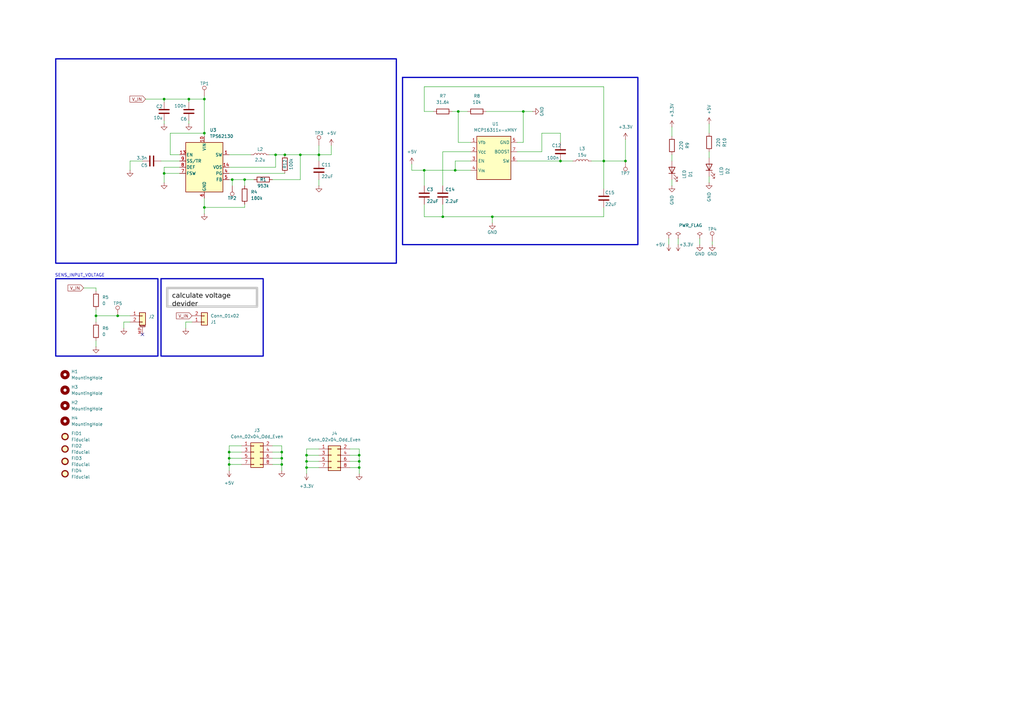
<source format=kicad_sch>
(kicad_sch (version 20231120) (generator "eeschema") (generator_version "8.0")
  (paper "A3")
  (lib_symbols
    (symbol "Connector:TestPoint" (pin_numbers hide) (pin_names (offset 0.762) hide)
      (property "Reference" "TP" (at 0 6.858 0))
      (property "Value" "TestPoint" (at 0 5.08 0))
      (symbol "TestPoint_0_1"
        (circle (center 0 3.302) (radius 0.762))
      )
      (symbol "TestPoint_1_1"
        (pin passive line (at 0 0 90) (length 2.54) (name "1") (number "1"))
      )
    )
    (symbol "Connector_Generic:Conn_01x02" (pin_names (offset 1.016) hide)
      (property "Reference" "J" (at 0 2.54 0))
      (property "Value" "Conn_01x02" (at 0 -5.08 0))
      (symbol "Conn_01x02_1_1"
        (rectangle (start -1.27 -2.413) (end 0 -2.667) (stroke (width 0.1524)))
        (rectangle (start -1.27 0.127) (end 0 -0.127) (stroke (width 0.1524)))
        (rectangle (start -1.27 1.27) (end 1.27 -3.81) (stroke (width 0.254)) (fill (type background)))
        (pin passive line (at -5.08 0 0) (length 3.81) (name "Pin_1") (number "1"))
        (pin passive line (at -5.08 -2.54 0) (length 3.81) (name "Pin_2") (number "2"))
      )
    )
    (symbol "Connector_Generic:Conn_02x04_Odd_Even" (pin_names (offset 1.016) hide)
      (property "Reference" "J" (at 1.27 5.08 0))
      (property "Value" "Conn_02x04_Odd_Even" (at 1.27 -7.62 0))
      (symbol "Conn_02x04_Odd_Even_1_1"
        (rectangle (start -1.27 -4.953) (end 0 -5.207) (stroke (width 0.1524)))
        (rectangle (start -1.27 -2.413) (end 0 -2.667) (stroke (width 0.1524)))
        (rectangle (start -1.27 0.127) (end 0 -0.127) (stroke (width 0.1524)))
        (rectangle (start -1.27 2.667) (end 0 2.413) (stroke (width 0.1524)))
        (rectangle (start -1.27 3.81) (end 3.81 -6.35) (stroke (width 0.254)) (fill (type background)))
        (rectangle (start 3.81 -4.953) (end 2.54 -5.207) (stroke (width 0.1524)))
        (rectangle (start 3.81 -2.413) (end 2.54 -2.667) (stroke (width 0.1524)))
        (rectangle (start 3.81 0.127) (end 2.54 -0.127) (stroke (width 0.1524)))
        (rectangle (start 3.81 2.667) (end 2.54 2.413) (stroke (width 0.1524)))
        (pin passive line (at -5.08 2.54 0) (length 3.81) (name "Pin_1") (number "1"))
        (pin passive line (at 7.62 2.54 180) (length 3.81) (name "Pin_2") (number "2"))
        (pin passive line (at -5.08 0 0) (length 3.81) (name "Pin_3") (number "3"))
        (pin passive line (at 7.62 0 180) (length 3.81) (name "Pin_4") (number "4"))
        (pin passive line (at -5.08 -2.54 0) (length 3.81) (name "Pin_5") (number "5"))
        (pin passive line (at 7.62 -2.54 180) (length 3.81) (name "Pin_6") (number "6"))
        (pin passive line (at -5.08 -5.08 0) (length 3.81) (name "Pin_7") (number "7"))
        (pin passive line (at 7.62 -5.08 180) (length 3.81) (name "Pin_8") (number "8"))
      )
    )
    (symbol "Connector_Generic_MountingPin:Conn_01x02_MountingPin" (pin_names (offset 1.016) hide)
      (property "Reference" "J" (at 0 2.54 0))
      (property "Value" "Conn_01x02_MountingPin" (at 1.27 -5.08 0))
      (symbol "Conn_01x02_MountingPin_1_1"
        (rectangle (start -1.27 -2.413) (end 0 -2.667) (stroke (width 0.1524)))
        (rectangle (start -1.27 0.127) (end 0 -0.127) (stroke (width 0.1524)))
        (rectangle (start -1.27 1.27) (end 1.27 -3.81) (stroke (width 0.254)) (fill (type background)))
        (polyline (pts (xy -1.016 -4.572) (xy 1.016 -4.572)) (stroke (width 0.1524)))
        (text "Mounting" (at 0 -4.191 0) (effects (font (size 0.381 0.381))))
        (pin passive line (at -5.08 0 0) (length 3.81) (name "Pin_1") (number "1"))
        (pin passive line (at -5.08 -2.54 0) (length 3.81) (name "Pin_2") (number "2"))
        (pin passive line (at 0 -7.62 90) (length 3.048) (name "MountPin") (number "MP"))
      )
    )
    (symbol "Device:C" (pin_numbers hide) (pin_names (offset 0.254))
      (property "Reference" "C" (at 0.635 2.54 0))
      (property "Value" "C" (at 0.635 -2.54 0))
      (symbol "C_0_1"
        (polyline (pts (xy -2.032 -0.762) (xy 2.032 -0.762)) (stroke (width 0.508)))
        (polyline (pts (xy -2.032 0.762) (xy 2.032 0.762)) (stroke (width 0.508)))
      )
      (symbol "C_1_1"
        (pin passive line (at 0 3.81 270) (length 2.794) (name "~") (number "1"))
        (pin passive line (at 0 -3.81 90) (length 2.794) (name "~") (number "2"))
      )
    )
    (symbol "Device:L" (pin_numbers hide) (pin_names (offset 1.016) hide)
      (property "Reference" "L" (at -1.27 0 90))
      (property "Value" "L" (at 1.905 0 90))
      (symbol "L_0_1"
        (arc (start 0 -2.54) (mid 0.6323 -1.905) (end 0 -1.27))
        (arc (start 0 -1.27) (mid 0.6323 -0.635) (end 0 0))
        (arc (start 0 0) (mid 0.6323 0.635) (end 0 1.27))
        (arc (start 0 1.27) (mid 0.6323 1.905) (end 0 2.54))
      )
      (symbol "L_1_1"
        (pin passive line (at 0 3.81 270) (length 1.27) (name "1") (number "1"))
        (pin passive line (at 0 -3.81 90) (length 1.27) (name "2") (number "2"))
      )
    )
    (symbol "Device:LED" (pin_numbers hide) (pin_names (offset 1.016) hide)
      (property "Reference" "D" (at 0 2.54 0))
      (property "Value" "LED" (at 0 -2.54 0))
      (symbol "LED_0_1"
        (polyline (pts (xy -1.27 -1.27) (xy -1.27 1.27)) (stroke (width 0.254)))
        (polyline (pts (xy -1.27 0) (xy 1.27 0)))
        (polyline (pts (xy 1.27 -1.27) (xy 1.27 1.27) (xy -1.27 0) (xy 1.27 -1.27)) (stroke (width 0.254)))
        (polyline (pts (xy -3.048 -0.762) (xy -4.572 -2.286) (xy -3.81 -2.286) (xy -4.572 -2.286) (xy -4.572 -1.524)))
        (polyline (pts (xy -1.778 -0.762) (xy -3.302 -2.286) (xy -2.54 -2.286) (xy -3.302 -2.286) (xy -3.302 -1.524)))
      )
      (symbol "LED_1_1"
        (pin passive line (at -3.81 0 0) (length 2.54) (name "K") (number "1"))
        (pin passive line (at 3.81 0 180) (length 2.54) (name "A") (number "2"))
      )
    )
    (symbol "Device:R" (pin_numbers hide) (pin_names (offset 0))
      (property "Reference" "R" (at 2.032 0 90))
      (property "Value" "R" (at 0 0 90))
      (symbol "R_0_1"
        (rectangle (start -1.016 -2.54) (end 1.016 2.54) (stroke (width 0.254)))
      )
      (symbol "R_1_1"
        (pin passive line (at 0 3.81 270) (length 1.27) (name "~") (number "1"))
        (pin passive line (at 0 -3.81 90) (length 1.27) (name "~") (number "2"))
      )
    )
    (symbol "Mechanical:Fiducial" (exclude_from_sim yes) (in_bom no)
      (property "Reference" "FID" (at 0 5.08 0))
      (property "Value" "Fiducial" (at 0 3.175 0))
      (symbol "Fiducial_0_1"
        (circle (center 0 0) (radius 1.27) (stroke (width 0.508)) (fill (type background)))
      )
    )
    (symbol "Mechanical:MountingHole" (pin_names (offset 1.016)) (exclude_from_sim yes) (in_bom no)
      (property "Reference" "H" (at 0 5.08 0))
      (property "Value" "MountingHole" (at 0 3.175 0))
      (symbol "MountingHole_0_1"
        (circle (center 0 0) (radius 1.27) (stroke (width 1.27)))
      )
    )
    (symbol "Regulator_Switching:MCP16311x-xMNY"
      (property "Reference" "U3" (at 0 12.7 0))
      (property "Value" "MCP16311x-xMNY" (at 0 10.16 0))
      (symbol "MCP16311x-xMNY_0_1"
        (rectangle (start -7.62 7.62) (end 6.35 -10.16) (stroke (width 0.254)) (fill (type background)))
      )
      (symbol "MCP16311x-xMNY_1_1"
        (pin input line (at -10.16 5.08 0) (length 2.54) (name "Vfb") (number "1"))
        (pin passive line (at -10.16 1.27 0) (length 2.54) (name "V_{CC}") (number "2"))
        (pin input line (at -10.16 -2.54 0) (length 2.54) (name "EN") (number "3"))
        (pin power_in line (at -10.16 -6.35 0) (length 2.54) (name "V_{IN}") (number "4"))
        (pin power_in line (at 8.89 5.08 180) (length 2.54) (name "GND") (number "5"))
        (pin power_out line (at 8.89 -2.54 180) (length 2.54) (name "SW") (number "6"))
        (pin output line (at 8.89 1.27 180) (length 2.54) (name "BOOST") (number "7"))
        (pin passive line (at 8.89 5.08 180) (length 2.54) hide (name "GND") (number "8"))
        (pin passive line (at 8.89 5.08 180) (length 2.54) hide (name "GND") (number "9"))
      )
    )
    (symbol "Regulator_Switching:TPS62130" (pin_names (offset 0.254))
      (property "Reference" "U" (at 3.81 13.97 0))
      (property "Value" "TPS62130" (at 3.81 11.43 0))
      (symbol "TPS62130_0_1"
        (rectangle (start -7.62 10.16) (end 7.62 -10.16) (stroke (width 0.254)) (fill (type background)))
      )
      (symbol "TPS62130_1_1"
        (pin output line (at 10.16 5.08 180) (length 2.54) (name "SW") (number "1"))
        (pin power_in line (at 0 12.7 270) (length 2.54) (name "VIN") (number "10"))
        (pin passive line (at 0 12.7 270) (length 2.54) hide (name "VIN") (number "11"))
        (pin passive line (at 0 12.7 270) (length 2.54) hide (name "VIN") (number "12"))
        (pin input line (at -10.16 5.08 0) (length 2.54) (name "EN") (number "13"))
        (pin input line (at 10.16 0 180) (length 2.54) (name "VOS") (number "14"))
        (pin passive line (at 0 -12.7 90) (length 2.54) hide (name "GND") (number "15"))
        (pin passive line (at 0 -12.7 90) (length 2.54) hide (name "GND") (number "16"))
        (pin passive line (at 0 -12.7 90) (length 2.54) hide (name "GND") (number "17"))
        (pin passive line (at 10.16 5.08 180) (length 2.54) hide (name "SW") (number "2"))
        (pin passive line (at 10.16 5.08 180) (length 2.54) hide (name "SW") (number "3"))
        (pin open_collector line (at 10.16 -2.54 180) (length 2.54) (name "PG") (number "4"))
        (pin input line (at 10.16 -5.08 180) (length 2.54) (name "FB") (number "5"))
        (pin power_in line (at 0 -12.7 90) (length 2.54) (name "GND") (number "6"))
        (pin input line (at -10.16 -2.54 0) (length 2.54) (name "FSW") (number "7"))
        (pin input line (at -10.16 0 0) (length 2.54) (name "DEF") (number "8"))
        (pin input line (at -10.16 2.54 0) (length 2.54) (name "SS/TR") (number "9"))
      )
    )
    (symbol "power:+3.3V" (power) (pin_numbers hide) (pin_names (offset 0) hide)
      (property "Value" "+3.3V" (at 0 3.556 0))
      (symbol "+3.3V_0_1"
        (polyline (pts (xy -0.762 1.27) (xy 0 2.54)))
        (polyline (pts (xy 0 0) (xy 0 2.54)))
        (polyline (pts (xy 0 2.54) (xy 0.762 1.27)))
      )
      (symbol "+3.3V_1_1"
        (pin power_in line (at 0 0 90) (length 0) (name "~") (number "1"))
      )
    )
    (symbol "power:+5V" (power) (pin_numbers hide) (pin_names (offset 0) hide)
      (property "Value" "+5V" (at 0 3.556 0))
      (symbol "+5V_0_1"
        (polyline (pts (xy -0.762 1.27) (xy 0 2.54)))
        (polyline (pts (xy 0 0) (xy 0 2.54)))
        (polyline (pts (xy 0 2.54) (xy 0.762 1.27)))
      )
      (symbol "+5V_1_1"
        (pin power_in line (at 0 0 90) (length 0) (name "~") (number "1"))
      )
    )
    (symbol "power:GND" (power) (pin_numbers hide) (pin_names (offset 0) hide)
      (property "Value" "GND" (at 0 -3.81 0))
      (symbol "GND_0_1"
        (polyline (pts (xy 0 0) (xy 0 -1.27) (xy 1.27 -1.27) (xy 0 -2.54) (xy -1.27 -1.27) (xy 0 -1.27)))
      )
      (symbol "GND_1_1"
        (pin power_in line (at 0 0 270) (length 0) (name "~") (number "1"))
      )
    )
    (symbol "power:PWR_FLAG" (power) (pin_numbers hide) (pin_names (offset 0) hide)
      (property "Value" "PWR_FLAG" (at 0 3.81 0))
      (symbol "PWR_FLAG_0_0"
        (pin power_out line (at 0 0 90) (length 0) (name "~") (number "1"))
      )
      (symbol "PWR_FLAG_0_1"
        (polyline (pts (xy 0 0) (xy 0 1.27) (xy -1.016 1.905) (xy 0 2.54) (xy 1.016 1.905) (xy 0 1.27)))
      )
    )
  )
  (junction (at 93.98 187.96))
  (junction (at 214.63 45.72))
  (junction (at 116.84 63.5))
  (junction (at 125.73 186.69))
  (junction (at 147.32 191.77))
  (junction (at 125.73 189.23))
  (junction (at 187.96 45.72))
  (junction (at 115.57 190.5))
  (junction (at 67.31 40.64))
  (junction (at 125.73 191.77))
  (junction (at 147.32 186.69))
  (junction (at 201.93 88.9))
  (junction (at 93.98 185.42))
  (junction (at 115.57 187.96))
  (junction (at 93.98 190.5))
  (junction (at 100.33 73.66))
  (junction (at 256.54 66.04))
  (junction (at 115.57 185.42))
  (junction (at 83.82 54.61))
  (junction (at 83.82 85.09))
  (junction (at 247.65 66.04))
  (junction (at 67.31 71.12))
  (junction (at 229.87 66.04))
  (junction (at 147.32 189.23))
  (junction (at 130.81 63.5))
  (junction (at 181.61 88.9))
  (junction (at 83.82 40.64))
  (junction (at 186.69 69.85))
  (junction (at 123.19 63.5))
  (junction (at 173.99 69.85))
  (junction (at 77.47 40.64))
  (junction (at 48.26 129.54))
  (junction (at 95.25 73.66))
  (junction (at 39.37 129.54))
  (junction (at 113.03 63.5))
  (no_connect (at 58.42 137.16))
  (wire (pts (xy 48.26 129.54) (xy 53.34 129.54)))
  (wire (pts (xy 67.31 68.58) (xy 67.31 71.12)))
  (wire (pts (xy 214.63 45.72) (xy 218.44 45.72)))
  (wire (pts (xy 147.32 184.15) (xy 147.32 186.69)))
  (wire (pts (xy 104.14 73.66) (xy 100.33 73.66)))
  (wire (pts (xy 135.89 59.69) (xy 135.89 63.5)))
  (wire (pts (xy 83.82 40.64) (xy 77.47 40.64)))
  (wire (pts (xy 95.25 73.66) (xy 95.25 76.2)))
  (wire (pts (xy 173.99 45.72) (xy 177.8 45.72)))
  (wire (pts (xy 77.47 50.8) (xy 77.47 49.53)))
  (wire (pts (xy 39.37 129.54) (xy 48.26 129.54)))
  (wire (pts (xy 187.96 45.72) (xy 187.96 58.42)))
  (wire (pts (xy 123.19 73.66) (xy 123.19 63.5)))
  (wire (pts (xy 39.37 127) (xy 39.37 129.54)))
  (wire (pts (xy 130.81 184.15) (xy 125.73 184.15)))
  (wire (pts (xy 100.33 83.82) (xy 100.33 85.09)))
  (wire (pts (xy 212.09 58.42) (xy 214.63 58.42)))
  (wire (pts (xy 53.34 66.04) (xy 53.34 69.85)))
  (wire (pts (xy 290.83 62.23) (xy 290.83 64.77)))
  (wire (pts (xy 186.69 66.04) (xy 186.69 69.85)))
  (wire (pts (xy 168.91 69.85) (xy 173.99 69.85)))
  (wire (pts (xy 93.98 73.66) (xy 95.25 73.66)))
  (wire (pts (xy 39.37 129.54) (xy 39.37 132.08)))
  (wire (pts (xy 58.42 66.04) (xy 53.34 66.04)))
  (wire (pts (xy 111.76 182.88) (xy 115.57 182.88)))
  (wire (pts (xy 186.69 69.85) (xy 193.04 69.85)))
  (wire (pts (xy 247.65 66.04) (xy 247.65 35.56)))
  (wire (pts (xy 67.31 49.53) (xy 67.31 50.8)))
  (wire (pts (xy 143.51 191.77) (xy 147.32 191.77)))
  (wire (pts (xy 53.34 132.08) (xy 50.8 132.08)))
  (wire (pts (xy 256.54 57.15) (xy 256.54 66.04)))
  (wire (pts (xy 115.57 182.88) (xy 115.57 185.42)))
  (wire (pts (xy 116.84 63.5) (xy 123.19 63.5)))
  (wire (pts (xy 275.59 76.2) (xy 275.59 73.66)))
  (wire (pts (xy 229.87 66.04) (xy 234.95 66.04)))
  (wire (pts (xy 290.83 74.93) (xy 290.83 72.39)))
  (wire (pts (xy 143.51 186.69) (xy 147.32 186.69)))
  (wire (pts (xy 111.76 185.42) (xy 115.57 185.42)))
  (wire (pts (xy 201.93 88.9) (xy 201.93 91.44)))
  (wire (pts (xy 113.03 63.5) (xy 116.84 63.5)))
  (wire (pts (xy 185.42 45.72) (xy 187.96 45.72)))
  (wire (pts (xy 115.57 185.42) (xy 115.57 187.96)))
  (wire (pts (xy 93.98 187.96) (xy 93.98 190.5)))
  (wire (pts (xy 222.25 62.23) (xy 222.25 54.61)))
  (wire (pts (xy 123.19 63.5) (xy 130.81 63.5)))
  (wire (pts (xy 93.98 68.58) (xy 113.03 68.58)))
  (wire (pts (xy 73.66 63.5) (xy 69.85 63.5)))
  (wire (pts (xy 181.61 88.9) (xy 201.93 88.9)))
  (wire (pts (xy 193.04 58.42) (xy 187.96 58.42)))
  (wire (pts (xy 247.65 88.9) (xy 201.93 88.9)))
  (wire (pts (xy 212.09 62.23) (xy 222.25 62.23)))
  (wire (pts (xy 93.98 71.12) (xy 116.84 71.12)))
  (wire (pts (xy 275.59 55.88) (xy 275.59 52.07)))
  (wire (pts (xy 292.1 99.06) (xy 292.1 100.33)))
  (wire (pts (xy 193.04 66.04) (xy 186.69 66.04)))
  (wire (pts (xy 50.8 132.08) (xy 50.8 134.62)))
  (wire (pts (xy 83.82 39.37) (xy 83.82 40.64)))
  (wire (pts (xy 125.73 189.23) (xy 125.73 191.77)))
  (wire (pts (xy 69.85 54.61) (xy 83.82 54.61)))
  (wire (pts (xy 100.33 85.09) (xy 83.82 85.09)))
  (wire (pts (xy 83.82 55.88) (xy 83.82 54.61)))
  (wire (pts (xy 125.73 186.69) (xy 125.73 189.23)))
  (wire (pts (xy 113.03 68.58) (xy 113.03 63.5)))
  (wire (pts (xy 187.96 45.72) (xy 191.77 45.72)))
  (wire (pts (xy 229.87 54.61) (xy 229.87 58.42)))
  (wire (pts (xy 193.04 62.23) (xy 181.61 62.23)))
  (wire (pts (xy 125.73 191.77) (xy 125.73 194.31)))
  (wire (pts (xy 99.06 182.88) (xy 93.98 182.88)))
  (wire (pts (xy 111.76 73.66) (xy 123.19 73.66)))
  (wire (pts (xy 130.81 59.69) (xy 130.81 63.5)))
  (wire (pts (xy 77.47 40.64) (xy 67.31 40.64)))
  (wire (pts (xy 125.73 184.15) (xy 125.73 186.69)))
  (wire (pts (xy 39.37 119.38) (xy 39.37 118.11)))
  (wire (pts (xy 93.98 182.88) (xy 93.98 185.42)))
  (wire (pts (xy 73.66 68.58) (xy 67.31 68.58)))
  (wire (pts (xy 247.65 85.09) (xy 247.65 88.9)))
  (wire (pts (xy 173.99 83.82) (xy 173.99 88.9)))
  (wire (pts (xy 247.65 77.47) (xy 247.65 66.04)))
  (wire (pts (xy 115.57 190.5) (xy 115.57 193.04)))
  (wire (pts (xy 130.81 189.23) (xy 125.73 189.23)))
  (wire (pts (xy 143.51 189.23) (xy 147.32 189.23)))
  (wire (pts (xy 78.74 132.08) (xy 76.2 132.08)))
  (wire (pts (xy 290.83 54.61) (xy 290.83 50.8)))
  (wire (pts (xy 99.06 187.96) (xy 93.98 187.96)))
  (wire (pts (xy 111.76 190.5) (xy 115.57 190.5)))
  (wire (pts (xy 83.82 85.09) (xy 83.82 87.63)))
  (wire (pts (xy 173.99 76.2) (xy 173.99 69.85)))
  (wire (pts (xy 278.13 97.79) (xy 278.13 100.33)))
  (wire (pts (xy 173.99 88.9) (xy 181.61 88.9)))
  (wire (pts (xy 39.37 139.7) (xy 39.37 142.24)))
  (wire (pts (xy 130.81 63.5) (xy 135.89 63.5)))
  (wire (pts (xy 100.33 73.66) (xy 100.33 76.2)))
  (wire (pts (xy 247.65 35.56) (xy 173.99 35.56)))
  (wire (pts (xy 143.51 184.15) (xy 147.32 184.15)))
  (wire (pts (xy 181.61 62.23) (xy 181.61 76.2)))
  (wire (pts (xy 130.81 73.66) (xy 130.81 76.2)))
  (wire (pts (xy 76.2 132.08) (xy 76.2 134.62)))
  (wire (pts (xy 212.09 66.04) (xy 229.87 66.04)))
  (wire (pts (xy 173.99 69.85) (xy 186.69 69.85)))
  (wire (pts (xy 274.32 97.79) (xy 274.32 100.33)))
  (wire (pts (xy 111.76 187.96) (xy 115.57 187.96)))
  (wire (pts (xy 168.91 67.31) (xy 168.91 69.85)))
  (wire (pts (xy 130.81 66.04) (xy 130.81 63.5)))
  (wire (pts (xy 77.47 41.91) (xy 77.47 40.64)))
  (wire (pts (xy 130.81 191.77) (xy 125.73 191.77)))
  (wire (pts (xy 69.85 63.5) (xy 69.85 54.61)))
  (wire (pts (xy 287.02 97.79) (xy 287.02 100.33)))
  (wire (pts (xy 115.57 187.96) (xy 115.57 190.5)))
  (wire (pts (xy 99.06 190.5) (xy 93.98 190.5)))
  (wire (pts (xy 242.57 66.04) (xy 247.65 66.04)))
  (wire (pts (xy 181.61 83.82) (xy 181.61 88.9)))
  (wire (pts (xy 147.32 189.23) (xy 147.32 191.77)))
  (wire (pts (xy 67.31 71.12) (xy 67.31 74.93)))
  (wire (pts (xy 256.54 66.04) (xy 247.65 66.04)))
  (wire (pts (xy 67.31 40.64) (xy 59.69 40.64)))
  (wire (pts (xy 73.66 71.12) (xy 67.31 71.12)))
  (wire (pts (xy 66.04 66.04) (xy 73.66 66.04)))
  (wire (pts (xy 83.82 81.28) (xy 83.82 85.09)))
  (wire (pts (xy 95.25 73.66) (xy 100.33 73.66)))
  (wire (pts (xy 275.59 63.5) (xy 275.59 66.04)))
  (wire (pts (xy 93.98 63.5) (xy 102.87 63.5)))
  (wire (pts (xy 67.31 41.91) (xy 67.31 40.64)))
  (wire (pts (xy 93.98 185.42) (xy 93.98 187.96)))
  (wire (pts (xy 83.82 54.61) (xy 83.82 40.64)))
  (wire (pts (xy 99.06 185.42) (xy 93.98 185.42)))
  (wire (pts (xy 214.63 45.72) (xy 199.39 45.72)))
  (wire (pts (xy 222.25 54.61) (xy 229.87 54.61)))
  (wire (pts (xy 214.63 58.42) (xy 214.63 45.72)))
  (wire (pts (xy 147.32 186.69) (xy 147.32 189.23)))
  (wire (pts (xy 173.99 35.56) (xy 173.99 45.72)))
  (wire (pts (xy 130.81 186.69) (xy 125.73 186.69)))
  (wire (pts (xy 113.03 63.5) (xy 110.49 63.5)))
  (wire (pts (xy 147.32 191.77) (xy 147.32 194.31)))
  (wire (pts (xy 93.98 190.5) (xy 93.98 193.04)))
  (wire (pts (xy 39.37 118.11) (xy 34.29 118.11)))
  (rectangle (start 165.1 31.75) (end 261.62 100.33) (stroke (width 0.508)))
  (rectangle (start 66.04 114.3) (end 107.95 146.05) (stroke (width 0.508)))
  (rectangle (start 22.86 114.3) (end 64.77 146.05) (stroke (width 0.508)))
  (rectangle (start 22.86 24.13) (end 162.56 107.95) (stroke (width 0.508)))
  (text_box "calculate voltage devider" (at 68.58 118.11 0) (size 36.83 7.62) (stroke (width 1) (color 200 200 200 1)) (effects (font (size 2 2)) (justify left top)))
  (text "SENS_INPUT_VOLTAGE" (at 32.766 113.03 0) (effects (font (size 1.27 1.27))))
  (global_label "V_IN" (shape input) (at 78.74 129.54 180) (property "Intersheetrefs" "${INTERSHEET_REFS}" (effects (hide yes))))
  (global_label "V_IN" (shape input) (at 34.29 118.11 180) (property "Intersheetrefs" "${INTERSHEET_REFS}" (effects (hide yes))))
  (global_label "V_IN" (shape input) (at 59.69 40.64 180) (property "Intersheetrefs" "${INTERSHEET_REFS}" (effects (hide yes))))
  (symbol (lib_id "Regulator_Switching:MCP16311x-xMNY") (at 203.2 63.5 0) (unit 1)
    (property "Reference" "U1" (at 203.2 50.8 0))
    (property "Value" "MCP16311x-xMNY" (at 203.2 53.34 0))
    (property "Footprint" "Package_DFN_QFN:DFN-8-1EP_3x2mm_P0.5mm_EP1.75x1.45mm" (effects (hide yes)))
    (property "Datasheet" "https://ww1.microchip.com/downloads/en/DeviceDoc/MCP16311-Family-Data-Sheet-DS20005255C.pdf" (effects (hide yes)))
    (property "Description" "1A Output Voltage, 30V Input, integrated switch step-down regulator, PFM/PWM modulation, DFN-8" (effects (hide yes)))
  )
  (symbol (lib_id "Connector_Generic:Conn_01x02") (at 83.82 132.08 0) (mirror x) (unit 1)
    (property "Reference" "J1" (at 86.36 132.0801 0) (effects (justify left)))
    (property "Value" "Conn_01x02" (at 86.36 129.5401 0) (effects (justify left)))
    (property "Footprint" "Connector_AMASS:AMASS_XT30U-M_1x02_P5.0mm_Vertical" (effects (hide yes)))
    (property "Description" "Generic connector, single row, 01x02, script generated (kicad-library-utils/schlib/autogen/connector/)" (effects (hide yes)))
  )
  (symbol (lib_id "Mechanical:Fiducial") (at 26.67 184.15 0) (unit 1) (exclude_from_sim yes) (in_bom no)
    (property "Reference" "FID2" (at 29.21 182.8799 0) (effects (justify left)))
    (property "Value" "Fiducial" (at 29.21 185.4199 0) (effects (justify left)))
    (property "Footprint" "Fiducial:Fiducial_0.5mm_Mask1mm" (effects (hide yes)))
    (property "Description" "Fiducial Marker" (effects (hide yes)))
  )
  (symbol (lib_id "Mechanical:MountingHole") (at 26.67 153.67 0) (unit 1) (exclude_from_sim yes) (in_bom no)
    (property "Reference" "H1" (at 29.21 152.3999 0) (effects (justify left)))
    (property "Value" "MountingHole" (at 29.21 154.9399 0) (effects (justify left)))
    (property "Footprint" "MountingHole:MountingHole_2.2mm_M2" (effects (hide yes)))
    (property "Description" "Mounting Hole without connection" (effects (hide yes)))
  )
  (symbol (lib_id "Connector:TestPoint") (at 95.25 76.2 180) (unit 1)
    (property "Reference" "TP2" (at 97.028 81.28 0) (effects (justify left)))
    (property "Value" "TestPoint" (effects (hide yes)))
    (property "Footprint" "TestPoint:TestPoint_Pad_D1.0mm" (effects (hide yes)))
    (property "Description" "test point" (effects (hide yes)))
  )
  (symbol (lib_id "power:+5V") (at 274.32 100.33 180) (unit 1)
    (property "Reference" "#PWR02" (effects (hide yes)))
    (property "Value" "+5V" (at 270.764 100.33 0))
    (property "Description" "Power symbol creates a global label with name \"+5V\"" (effects (hide yes)))
  )
  (symbol (lib_id "power:+5V") (at 290.83 50.8 0) (unit 1)
    (property "Reference" "#PWR054" (effects (hide yes)))
    (property "Value" "+5V" (at 290.8299 46.99 90) (effects (justify left)))
    (property "Description" "Power symbol creates a global label with name \"+5V\"" (effects (hide yes)))
  )
  (symbol (lib_id "power:GND") (at 76.2 134.62 0) (unit 1)
    (property "Reference" "#PWR019" (effects (hide yes)))
    (property "Value" "GND" (effects (hide yes)))
    (property "Description" "Power symbol creates a global label with name \"GND\" , ground" (effects (hide yes)))
  )
  (symbol (lib_id "Device:L") (at 106.68 63.5 90) (unit 1)
    (property "Reference" "L2" (at 106.68 61.214 90))
    (property "Value" "2.2u" (at 106.68 65.532 90))
    (property "Footprint" "Inductor_SMD:L_Chilisin_BMRF00101040" (effects (hide yes)))
    (property "Description" "Inductor" (effects (hide yes)))
  )
  (symbol (lib_id "Device:C") (at 130.81 69.85 0) (unit 1)
    (property "Reference" "C11" (at 131.826 67.564 0) (effects (justify left)))
    (property "Value" "22uF" (at 131.826 72.39 0) (effects (justify left)))
    (property "Footprint" "Capacitor_SMD:C_1210_3225Metric" (effects (hide yes)))
    (property "Description" "Unpolarized capacitor" (effects (hide yes)))
  )
  (symbol (lib_id "power:GND") (at 39.37 142.24 0) (unit 1)
    (property "Reference" "#PWR022" (effects (hide yes)))
    (property "Value" "GND" (effects (hide yes)))
    (property "Description" "Power symbol creates a global label with name \"GND\" , ground" (effects (hide yes)))
  )
  (symbol (lib_id "Connector_Generic:Conn_02x04_Odd_Even") (at 135.89 186.69 0) (unit 1)
    (property "Reference" "J4" (at 137.16 177.8 0))
    (property "Value" "Conn_02x04_Odd_Even" (at 137.16 180.34 0))
    (property "Footprint" "Connector_PinSocket_2.54mm:PinSocket_2x04_P2.54mm_Vertical_SMD" (effects (hide yes)))
    (property "Description" "Generic connector, double row, 02x04, odd/even pin numbering scheme (row 1 odd numbers, row 2 even numbers), script generated (kicad-library-utils/schlib/autogen/connector/)" (effects (hide yes)))
  )
  (symbol (lib_id "Mechanical:Fiducial") (at 26.67 179.07 0) (unit 1) (exclude_from_sim yes) (in_bom no)
    (property "Reference" "FID1" (at 29.21 177.7999 0) (effects (justify left)))
    (property "Value" "Fiducial" (at 29.21 180.3399 0) (effects (justify left)))
    (property "Footprint" "Fiducial:Fiducial_0.5mm_Mask1mm" (effects (hide yes)))
    (property "Description" "Fiducial Marker" (effects (hide yes)))
  )
  (symbol (lib_id "Device:C") (at 67.31 45.72 0) (unit 1)
    (property "Reference" "C2" (at 64.008 43.688 0) (effects (justify left)))
    (property "Value" "10u" (at 62.992 48.26 0) (effects (justify left)))
    (property "Footprint" "Capacitor_SMD:C_1210_3225Metric" (effects (hide yes)))
    (property "Description" "Unpolarized capacitor" (effects (hide yes)))
  )
  (symbol (lib_id "power:GND") (at 201.93 91.44 0) (unit 1)
    (property "Reference" "#PWR040" (effects (hide yes)))
    (property "Value" "GND" (at 201.93 95.25 0))
    (property "Description" "Power symbol creates a global label with name \"GND\" , ground" (effects (hide yes)))
  )
  (symbol (lib_id "Mechanical:Fiducial") (at 26.67 189.23 0) (unit 1) (exclude_from_sim yes) (in_bom no)
    (property "Reference" "FID3" (at 29.21 187.9599 0) (effects (justify left)))
    (property "Value" "Fiducial" (at 29.21 190.4999 0) (effects (justify left)))
    (property "Footprint" "Fiducial:Fiducial_0.5mm_Mask1mm" (effects (hide yes)))
    (property "Description" "Fiducial Marker" (effects (hide yes)))
  )
  (symbol (lib_id "Device:R") (at 107.95 73.66 270) (unit 1)
    (property "Reference" "R1" (at 107.95 73.66 90))
    (property "Value" "953k" (at 107.95 76.2 90))
    (property "Footprint" "Resistor_SMD:R_0603_1608Metric" (effects (hide yes)))
    (property "Description" "Resistor" (effects (hide yes)))
  )
  (symbol (lib_id "Device:C") (at 173.99 80.01 0) (unit 1)
    (property "Reference" "C3" (at 175.006 77.724 0) (effects (justify left)))
    (property "Value" "22uF" (at 175.006 82.55 0) (effects (justify left)))
    (property "Footprint" "Capacitor_SMD:C_1210_3225Metric" (effects (hide yes)))
    (property "Description" "Unpolarized capacitor" (effects (hide yes)))
  )
  (symbol (lib_id "Mechanical:MountingHole") (at 26.67 172.72 0) (unit 1) (exclude_from_sim yes) (in_bom no)
    (property "Reference" "H4" (at 29.21 171.4499 0) (effects (justify left)))
    (property "Value" "MountingHole" (at 29.21 173.9899 0) (effects (justify left)))
    (property "Footprint" "MountingHole:MountingHole_2.2mm_M2" (effects (hide yes)))
    (property "Description" "Mounting Hole without connection" (effects (hide yes)))
  )
  (symbol (lib_id "power:GND") (at 77.47 50.8 0) (unit 1)
    (property "Reference" "#PWR026" (effects (hide yes)))
    (property "Value" "GND" (effects (hide yes)))
    (property "Description" "Power symbol creates a global label with name \"GND\" , ground" (effects (hide yes)))
  )
  (symbol (lib_id "power:PWR_FLAG") (at 274.32 97.79 0) (unit 1)
    (property "Reference" "#FLG03" (effects (hide yes)))
    (property "Value" "PWR_FLAG" (effects (hide yes)))
    (property "Description" "Special symbol for telling ERC where power comes from" (effects (hide yes)))
  )
  (symbol (lib_id "power:GND") (at 67.31 50.8 0) (unit 1)
    (property "Reference" "#PWR024" (effects (hide yes)))
    (property "Value" "GND" (effects (hide yes)))
    (property "Description" "Power symbol creates a global label with name \"GND\" , ground" (effects (hide yes)))
  )
  (symbol (lib_id "Device:LED") (at 275.59 69.85 90) (unit 1)
    (property "Reference" "D1" (at 283.21 71.4375 0))
    (property "Value" "LED" (at 280.67 71.4375 0))
    (property "Footprint" "LED_SMD:LED_0603_1608Metric_Pad1.05x0.95mm_HandSolder" (effects (hide yes)))
    (property "Description" "Light emitting diode" (effects (hide yes)))
  )
  (symbol (lib_id "Device:R") (at 100.33 80.01 0) (unit 1)
    (property "Reference" "R4" (at 102.87 78.7399 0) (effects (justify left)))
    (property "Value" "180k" (at 102.87 81.2799 0) (effects (justify left)))
    (property "Footprint" "Resistor_SMD:R_0603_1608Metric" (effects (hide yes)))
    (property "Description" "Resistor" (effects (hide yes)))
  )
  (symbol (lib_id "Device:C") (at 247.65 81.28 0) (unit 1)
    (property "Reference" "C15" (at 248.158 78.994 0) (effects (justify left)))
    (property "Value" "22uF" (at 248.158 83.82 0) (effects (justify left)))
    (property "Footprint" "Capacitor_SMD:C_1210_3225Metric" (effects (hide yes)))
    (property "Description" "Unpolarized capacitor" (effects (hide yes)))
  )
  (symbol (lib_id "Connector:TestPoint") (at 48.26 129.54 0) (unit 1)
    (property "Reference" "TP5" (at 46.482 124.46 0) (effects (justify left)))
    (property "Value" "TestPoint" (effects (hide yes)))
    (property "Footprint" "TestPoint:TestPoint_Pad_D1.0mm" (effects (hide yes)))
    (property "Description" "test point" (effects (hide yes)))
  )
  (symbol (lib_id "power:PWR_FLAG") (at 278.13 97.79 0) (unit 1)
    (property "Reference" "#FLG01" (effects (hide yes)))
    (property "Value" "PWR_FLAG" (at 283.21 92.456 0))
    (property "Description" "Special symbol for telling ERC where power comes from" (effects (hide yes)))
  )
  (symbol (lib_id "Mechanical:MountingHole") (at 26.67 166.37 0) (unit 1) (exclude_from_sim yes) (in_bom no)
    (property "Reference" "H2" (at 29.21 165.0999 0) (effects (justify left)))
    (property "Value" "MountingHole" (at 29.21 167.6399 0) (effects (justify left)))
    (property "Footprint" "MountingHole:MountingHole_2.2mm_M2" (effects (hide yes)))
    (property "Description" "Mounting Hole without connection" (effects (hide yes)))
  )
  (symbol (lib_id "Device:C") (at 181.61 80.01 0) (unit 1)
    (property "Reference" "C14" (at 182.626 77.724 0) (effects (justify left)))
    (property "Value" "2.2uF" (at 182.626 82.55 0) (effects (justify left)))
    (property "Footprint" "Capacitor_SMD:C_1210_3225Metric" (effects (hide yes)))
    (property "Description" "Unpolarized capacitor" (effects (hide yes)))
  )
  (symbol (lib_id "power:GND") (at 130.81 76.2 0) (unit 1)
    (property "Reference" "#PWR028" (effects (hide yes)))
    (property "Value" "GND" (effects (hide yes)))
    (property "Description" "Power symbol creates a global label with name \"GND\" , ground" (effects (hide yes)))
  )
  (symbol (lib_id "power:+3.3V") (at 278.13 100.33 180) (unit 1)
    (property "Reference" "#PWR017" (effects (hide yes)))
    (property "Value" "+3.3V" (at 281.432 100.33 0))
    (property "Description" "Power symbol creates a global label with name \"+3.3V\"" (effects (hide yes)))
  )
  (symbol (lib_id "Connector_Generic:Conn_02x04_Odd_Even") (at 104.14 185.42 0) (unit 1)
    (property "Reference" "J3" (at 105.41 176.53 0))
    (property "Value" "Conn_02x04_Odd_Even" (at 105.41 179.07 0))
    (property "Footprint" "Connector_PinSocket_2.54mm:PinSocket_2x04_P2.54mm_Vertical_SMD" (effects (hide yes)))
    (property "Description" "Generic connector, double row, 02x04, odd/even pin numbering scheme (row 1 odd numbers, row 2 even numbers), script generated (kicad-library-utils/schlib/autogen/connector/)" (effects (hide yes)))
  )
  (symbol (lib_id "Connector:TestPoint") (at 292.1 99.06 0) (unit 1)
    (property "Reference" "TP4" (at 290.322 93.98 0) (effects (justify left)))
    (property "Value" "TestPoint" (effects (hide yes)))
    (property "Footprint" "TestPoint:TestPoint_Pad_D1.0mm" (effects (hide yes)))
    (property "Description" "test point" (effects (hide yes)))
  )
  (symbol (lib_id "power:GND") (at 67.31 74.93 0) (unit 1)
    (property "Reference" "#PWR027" (effects (hide yes)))
    (property "Value" "GND" (effects (hide yes)))
    (property "Description" "Power symbol creates a global label with name \"GND\" , ground" (effects (hide yes)))
  )
  (symbol (lib_id "Mechanical:MountingHole") (at 26.67 160.02 0) (unit 1) (exclude_from_sim yes) (in_bom no)
    (property "Reference" "H3" (at 29.21 158.7499 0) (effects (justify left)))
    (property "Value" "MountingHole" (at 29.21 161.2899 0) (effects (justify left)))
    (property "Footprint" "MountingHole:MountingHole_2.2mm_M2" (effects (hide yes)))
    (property "Description" "Mounting Hole without connection" (effects (hide yes)))
  )
  (symbol (lib_id "Device:R") (at 181.61 45.72 90) (unit 1)
    (property "Reference" "R7" (at 181.61 39.37 90))
    (property "Value" "31.6k" (at 181.61 41.91 90))
    (property "Footprint" "Resistor_SMD:R_0603_1608Metric" (effects (hide yes)))
    (property "Description" "Resistor" (effects (hide yes)))
  )
  (symbol (lib_id "power:+3.3V") (at 256.54 57.15 0) (unit 1)
    (property "Reference" "#PWR036" (effects (hide yes)))
    (property "Value" "+3.3V" (at 256.54 52.07 0))
    (property "Description" "Power symbol creates a global label with name \"+3.3V\"" (effects (hide yes)))
  )
  (symbol (lib_id "Device:R") (at 116.84 67.31 0) (unit 1)
    (property "Reference" "R12" (at 116.84 67.31 90))
    (property "Value" "100k" (at 119.38 67.31 90))
    (property "Footprint" "Resistor_SMD:R_0603_1608Metric" (effects (hide yes)))
    (property "Description" "Resistor" (effects (hide yes)))
  )
  (symbol (lib_id "power:+5V") (at 93.98 193.04 180) (unit 1)
    (property "Reference" "#PWR08" (effects (hide yes)))
    (property "Value" "+5V" (at 93.98 198.12 0))
    (property "Description" "Power symbol creates a global label with name \"+5V\"" (effects (hide yes)))
  )
  (symbol (lib_id "Connector:TestPoint") (at 130.81 59.69 0) (unit 1)
    (property "Reference" "TP3" (at 129.032 54.61 0) (effects (justify left)))
    (property "Value" "TestPoint" (effects (hide yes)))
    (property "Footprint" "TestPoint:TestPoint_Pad_D1.0mm" (effects (hide yes)))
    (property "Description" "test point" (effects (hide yes)))
  )
  (symbol (lib_id "power:PWR_FLAG") (at 287.02 97.79 0) (unit 1)
    (property "Reference" "#FLG02" (effects (hide yes)))
    (property "Value" "PWR_FLAG" (effects (hide yes)))
    (property "Description" "Special symbol for telling ERC where power comes from" (effects (hide yes)))
  )
  (symbol (lib_id "power:GND") (at 115.57 193.04 0) (unit 1)
    (property "Reference" "#PWR06" (effects (hide yes)))
    (property "Value" "GND" (effects (hide yes)))
    (property "Description" "Power symbol creates a global label with name \"GND\" , ground" (effects (hide yes)))
  )
  (symbol (lib_id "power:GND") (at 287.02 100.33 0) (unit 1)
    (property "Reference" "#PWR018" (effects (hide yes)))
    (property "Value" "GND" (at 287.02 104.14 0))
    (property "Description" "Power symbol creates a global label with name \"GND\" , ground" (effects (hide yes)))
  )
  (symbol (lib_id "power:GND") (at 290.83 74.93 0) (unit 1)
    (property "Reference" "#PWR050" (effects (hide yes)))
    (property "Value" "GND" (at 290.8301 78.74 90) (effects (justify right)))
    (property "Description" "Power symbol creates a global label with name \"GND\" , ground" (effects (hide yes)))
  )
  (symbol (lib_id "power:GND") (at 218.44 45.72 90) (unit 1)
    (property "Reference" "#PWR032" (effects (hide yes)))
    (property "Value" "GND" (at 222.25 45.72 0))
    (property "Description" "Power symbol creates a global label with name \"GND\" , ground" (effects (hide yes)))
  )
  (symbol (lib_id "power:GND") (at 147.32 194.31 0) (unit 1)
    (property "Reference" "#PWR012" (effects (hide yes)))
    (property "Value" "GND" (effects (hide yes)))
    (property "Description" "Power symbol creates a global label with name \"GND\" , ground" (effects (hide yes)))
  )
  (symbol (lib_id "Device:R") (at 195.58 45.72 90) (unit 1)
    (property "Reference" "R8" (at 195.58 39.37 90))
    (property "Value" "10k" (at 195.58 41.91 90))
    (property "Footprint" "Resistor_SMD:R_0603_1608Metric" (effects (hide yes)))
    (property "Description" "Resistor" (effects (hide yes)))
  )
  (symbol (lib_id "Device:R") (at 39.37 123.19 0) (unit 1)
    (property "Reference" "R5" (at 41.91 121.9199 0) (effects (justify left)))
    (property "Value" "0" (at 41.91 124.4599 0) (effects (justify left)))
    (property "Footprint" "Resistor_SMD:R_0603_1608Metric" (effects (hide yes)))
    (property "Description" "Resistor" (effects (hide yes)))
  )
  (symbol (lib_id "Mechanical:Fiducial") (at 26.67 194.31 0) (unit 1) (exclude_from_sim yes) (in_bom no)
    (property "Reference" "FID4" (at 29.21 193.0399 0) (effects (justify left)))
    (property "Value" "Fiducial" (at 29.21 195.5799 0) (effects (justify left)))
    (property "Footprint" "Fiducial:Fiducial_0.5mm_Mask1mm" (effects (hide yes)))
    (property "Description" "Fiducial Marker" (effects (hide yes)))
  )
  (symbol (lib_id "Device:C") (at 229.87 62.23 0) (unit 1)
    (property "Reference" "C12" (at 226.314 59.69 0) (effects (justify left)))
    (property "Value" "100n" (at 224.282 64.77 0) (effects (justify left)))
    (property "Footprint" "Capacitor_SMD:C_0603_1608Metric" (effects (hide yes)))
    (property "Description" "Unpolarized capacitor" (effects (hide yes)))
  )
  (symbol (lib_id "Connector:TestPoint") (at 83.82 39.37 0) (unit 1)
    (property "Reference" "TP1" (at 82.042 34.29 0) (effects (justify left)))
    (property "Value" "TestPoint" (effects (hide yes)))
    (property "Footprint" "TestPoint:TestPoint_Pad_D1.0mm" (effects (hide yes)))
    (property "Description" "test point" (effects (hide yes)))
  )
  (symbol (lib_id "Device:R") (at 39.37 135.89 0) (unit 1)
    (property "Reference" "R6" (at 41.91 134.6199 0) (effects (justify left)))
    (property "Value" "0" (at 41.91 137.1599 0) (effects (justify left)))
    (property "Footprint" "Resistor_SMD:R_0603_1608Metric" (effects (hide yes)))
    (property "Description" "Resistor" (effects (hide yes)))
  )
  (symbol (lib_id "power:GND") (at 53.34 69.85 0) (unit 1)
    (property "Reference" "#PWR025" (effects (hide yes)))
    (property "Value" "GND" (effects (hide yes)))
    (property "Description" "Power symbol creates a global label with name \"GND\" , ground" (effects (hide yes)))
  )
  (symbol (lib_id "Device:R") (at 290.83 58.42 0) (unit 1)
    (property "Reference" "R10" (at 297.18 58.42 90))
    (property "Value" "220" (at 294.64 58.42 90))
    (property "Footprint" "Resistor_SMD:R_0603_1608Metric_Pad0.98x0.95mm_HandSolder" (effects (hide yes)))
    (property "Description" "Resistor" (effects (hide yes)))
  )
  (symbol (lib_id "Device:R") (at 275.59 59.69 0) (unit 1)
    (property "Reference" "R9" (at 281.94 59.69 90))
    (property "Value" "220" (at 279.4 59.69 90))
    (property "Footprint" "Resistor_SMD:R_0603_1608Metric_Pad0.98x0.95mm_HandSolder" (effects (hide yes)))
    (property "Description" "Resistor" (effects (hide yes)))
  )
  (symbol (lib_id "Connector:TestPoint") (at 256.54 66.04 180) (unit 1)
    (property "Reference" "TP7" (at 258.318 71.12 0) (effects (justify left)))
    (property "Value" "TestPoint" (effects (hide yes)))
    (property "Footprint" "TestPoint:TestPoint_Pad_D1.0mm" (effects (hide yes)))
    (property "Description" "test point" (effects (hide yes)))
  )
  (symbol (lib_id "Device:C") (at 62.23 66.04 90) (unit 1)
    (property "Reference" "C5" (at 59.182 67.818 90))
    (property "Value" "3.3n" (at 58.166 64.77 90))
    (property "Footprint" "Capacitor_SMD:C_0603_1608Metric" (effects (hide yes)))
    (property "Description" "Unpolarized capacitor" (effects (hide yes)))
  )
  (symbol (lib_id "power:GND") (at 292.1 100.33 0) (unit 1)
    (property "Reference" "#PWR020" (effects (hide yes)))
    (property "Value" "GND" (at 292.1 104.14 0))
    (property "Description" "Power symbol creates a global label with name \"GND\" , ground" (effects (hide yes)))
  )
  (symbol (lib_id "power:+3.3V") (at 275.59 52.07 0) (unit 1)
    (property "Reference" "#PWR052" (effects (hide yes)))
    (property "Value" "+3.3V" (at 275.5901 48.26 90) (effects (justify left)))
    (property "Description" "Power symbol creates a global label with name \"+3.3V\"" (effects (hide yes)))
  )
  (symbol (lib_id "Regulator_Switching:TPS62130") (at 83.82 68.58 0) (unit 1)
    (property "Reference" "U3" (at 86.0141 53.34 0) (effects (justify left)))
    (property "Value" "TPS62130" (at 86.0141 55.88 0) (effects (justify left)))
    (property "Footprint" "Package_DFN_QFN:VQFN-16-1EP_3x3mm_P0.5mm_EP1.68x1.68mm_ThermalVias" (effects (hide yes)))
    (property "Datasheet" "http://www.ti.com/lit/ds/symlink/tps62130.pdf" (effects (hide yes)))
    (property "Description" "3A Step-Down Converter with DCS-Control, Adjustable Output Voltage, 3-17V Input Voltage, QFN-16" (effects (hide yes)))
  )
  (symbol (lib_id "power:+3.3V") (at 125.73 194.31 180) (unit 1)
    (property "Reference" "#PWR09" (effects (hide yes)))
    (property "Value" "+3.3V" (at 125.73 199.39 0))
    (property "Description" "Power symbol creates a global label with name \"+3.3V\"" (effects (hide yes)))
  )
  (symbol (lib_id "power:GND") (at 50.8 134.62 0) (unit 1)
    (property "Reference" "#PWR043" (effects (hide yes)))
    (property "Value" "GND" (effects (hide yes)))
    (property "Description" "Power symbol creates a global label with name \"GND\" , ground" (effects (hide yes)))
  )
  (symbol (lib_id "Connector_Generic_MountingPin:Conn_01x02_MountingPin") (at 58.42 129.54 0) (unit 1)
    (property "Reference" "J2" (at 60.96 129.8955 0) (effects (justify left)))
    (property "Value" "Conn_01x02_MountingPin" (effects (hide yes)))
    (property "Footprint" "Connector_JST:JST_GH_SM02B-GHS-TB_1x02-1MP_P1.25mm_Horizontal" (effects (hide yes)))
    (property "Description" "Generic connectable mounting pin connector, single row, 01x02, script generated (kicad-library-utils/schlib/autogen/connector/)" (effects (hide yes)))
  )
  (symbol (lib_id "Device:LED") (at 290.83 68.58 90) (unit 1)
    (property "Reference" "D2" (at 298.45 70.1675 0))
    (property "Value" "LED" (at 295.91 70.1675 0))
    (property "Footprint" "LED_SMD:LED_0603_1608Metric_Pad1.05x0.95mm_HandSolder" (effects (hide yes)))
    (property "Description" "Light emitting diode" (effects (hide yes)))
  )
  (symbol (lib_id "Device:C") (at 77.47 45.72 180) (unit 1)
    (property "Reference" "C6" (at 76.708 48.768 0) (effects (justify left)))
    (property "Value" "100n" (at 76.454 43.434 0) (effects (justify left)))
    (property "Footprint" "Capacitor_SMD:C_0603_1608Metric" (effects (hide yes)))
    (property "Description" "Unpolarized capacitor" (effects (hide yes)))
  )
  (symbol (lib_id "Device:L") (at 238.76 66.04 90) (unit 1)
    (property "Reference" "L3" (at 238.76 60.96 90))
    (property "Value" "15u" (at 238.76 63.5 90))
    (property "Footprint" "Inductor_SMD:L_Chilisin_BMRA00040415" (effects (hide yes)))
    (property "Description" "Inductor" (effects (hide yes)))
  )
  (symbol (lib_id "power:+5V") (at 135.89 59.69 0) (unit 1)
    (property "Reference" "#PWR029" (effects (hide yes)))
    (property "Value" "+5V" (at 135.89 54.61 0))
    (property "Description" "Power symbol creates a global label with name \"+5V\"" (effects (hide yes)))
  )
  (symbol (lib_id "power:GND") (at 83.82 87.63 0) (unit 1)
    (property "Reference" "#PWR023" (effects (hide yes)))
    (property "Value" "GND" (effects (hide yes)))
    (property "Description" "Power symbol creates a global label with name \"GND\" , ground" (effects (hide yes)))
  )
  (symbol (lib_id "power:+5V") (at 168.91 67.31 0) (unit 1)
    (property "Reference" "#PWR01" (effects (hide yes)))
    (property "Value" "+5V" (at 168.91 62.23 0))
    (property "Description" "Power symbol creates a global label with name \"+5V\"" (effects (hide yes)))
  )
  (symbol (lib_id "power:GND") (at 275.59 76.2 0) (unit 1)
    (property "Reference" "#PWR051" (effects (hide yes)))
    (property "Value" "GND" (at 275.5901 80.01 90) (effects (justify right)))
    (property "Description" "Power symbol creates a global label with name \"GND\" , ground" (effects (hide yes)))
  )
)
</source>
